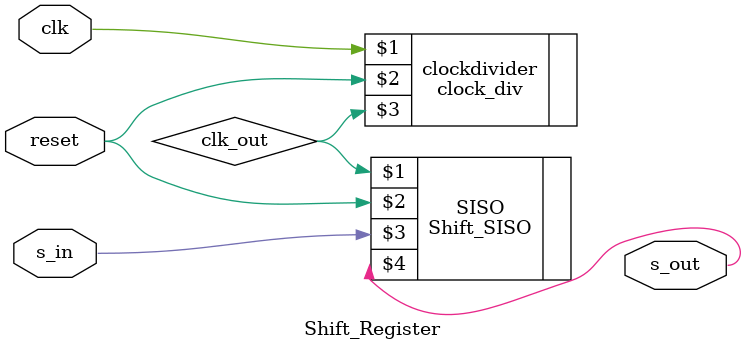
<source format=v>
`timescale 1ns / 1ps
module Shift_Register(
   input clk, reset, s_in,
   output s_out
	);
	wire clk_out;
clock_div clockdivider (clk, reset, clk_out) ;
Shift_SISO SISO (clk_out, reset, s_in, s_out);
endmodule

</source>
